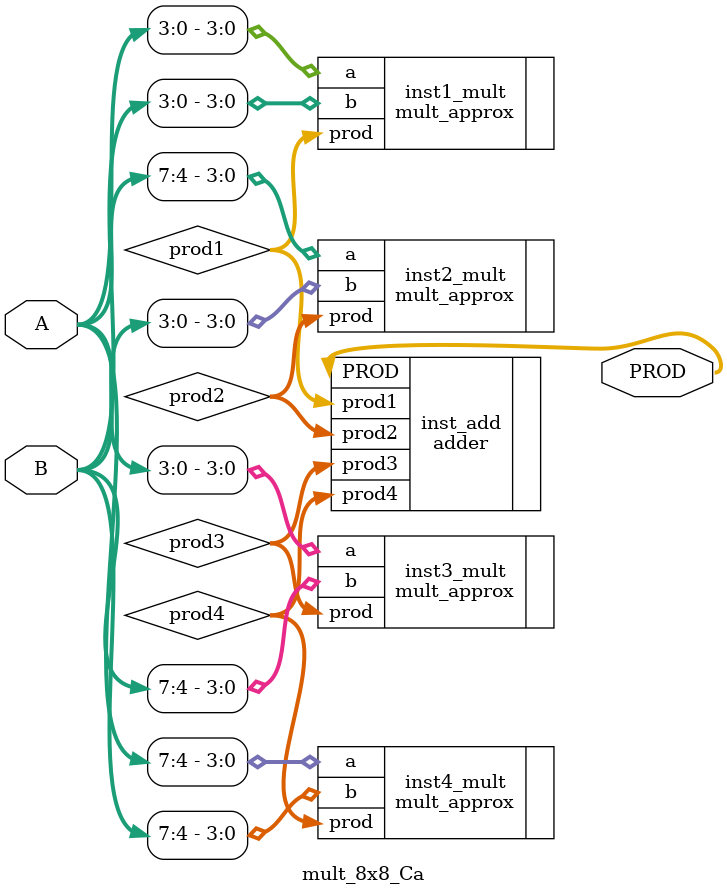
<source format=v>
`timescale 1ns / 1ps


module mult_8x8_Ca #(parameter word_size = 8)
(
    input [7:0] A,
    input [7:0] B,
    output [15:0] PROD
);

    // Signals for holding multiplication results
    wire [7:0] prod1, prod2, prod3, prod4;

    // Module instantiation for multiplication components
    mult_approx inst1_mult (
        .a(A[3:0]),
        .b(B[3:0]),
        .prod(prod1)
    );

    mult_approx inst2_mult (
        .a(A[7:4]),
        .b(B[3:0]),
        .prod(prod2)
    );

    mult_approx inst3_mult (
        .a(A[3:0]),
        .b(B[7:4]),
        .prod(prod3)
    );

    mult_approx inst4_mult (
        .a(A[7:4]),
        .b(B[7:4]),
        .prod(prod4)
    );

    // Module instantiation for adder component
    adder inst_add (
        .prod1(prod1),
        .prod2(prod2),
        .prod3(prod3),
        .prod4(prod4),
        .PROD(PROD)
    );

endmodule

</source>
